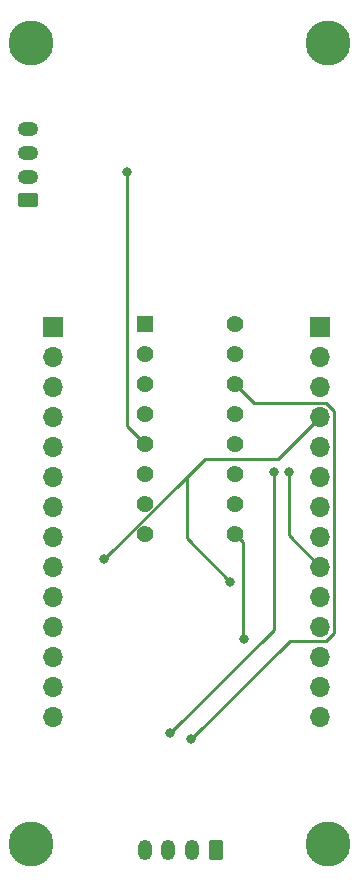
<source format=gbr>
%TF.GenerationSoftware,KiCad,Pcbnew,7.0.2-0*%
%TF.CreationDate,2023-12-19T13:36:21-05:00*%
%TF.ProjectId,Turbidity_v11,54757262-6964-4697-9479-5f7631312e6b,11*%
%TF.SameCoordinates,Original*%
%TF.FileFunction,Copper,L2,Bot*%
%TF.FilePolarity,Positive*%
%FSLAX46Y46*%
G04 Gerber Fmt 4.6, Leading zero omitted, Abs format (unit mm)*
G04 Created by KiCad (PCBNEW 7.0.2-0) date 2023-12-19 13:36:21*
%MOMM*%
%LPD*%
G01*
G04 APERTURE LIST*
G04 Aperture macros list*
%AMRoundRect*
0 Rectangle with rounded corners*
0 $1 Rounding radius*
0 $2 $3 $4 $5 $6 $7 $8 $9 X,Y pos of 4 corners*
0 Add a 4 corners polygon primitive as box body*
4,1,4,$2,$3,$4,$5,$6,$7,$8,$9,$2,$3,0*
0 Add four circle primitives for the rounded corners*
1,1,$1+$1,$2,$3*
1,1,$1+$1,$4,$5*
1,1,$1+$1,$6,$7*
1,1,$1+$1,$8,$9*
0 Add four rect primitives between the rounded corners*
20,1,$1+$1,$2,$3,$4,$5,0*
20,1,$1+$1,$4,$5,$6,$7,0*
20,1,$1+$1,$6,$7,$8,$9,0*
20,1,$1+$1,$8,$9,$2,$3,0*%
G04 Aperture macros list end*
%TA.AperFunction,ComponentPad*%
%ADD10C,3.800000*%
%TD*%
%TA.AperFunction,ComponentPad*%
%ADD11R,1.425000X1.425000*%
%TD*%
%TA.AperFunction,ComponentPad*%
%ADD12C,1.425000*%
%TD*%
%TA.AperFunction,ComponentPad*%
%ADD13R,1.700000X1.700000*%
%TD*%
%TA.AperFunction,ComponentPad*%
%ADD14O,1.700000X1.700000*%
%TD*%
%TA.AperFunction,ComponentPad*%
%ADD15RoundRect,0.250000X0.625000X-0.350000X0.625000X0.350000X-0.625000X0.350000X-0.625000X-0.350000X0*%
%TD*%
%TA.AperFunction,ComponentPad*%
%ADD16O,1.750000X1.200000*%
%TD*%
%TA.AperFunction,ComponentPad*%
%ADD17RoundRect,0.250000X0.350000X0.625000X-0.350000X0.625000X-0.350000X-0.625000X0.350000X-0.625000X0*%
%TD*%
%TA.AperFunction,ComponentPad*%
%ADD18O,1.200000X1.750000*%
%TD*%
%TA.AperFunction,ViaPad*%
%ADD19C,0.800000*%
%TD*%
%TA.AperFunction,Conductor*%
%ADD20C,0.250000*%
%TD*%
G04 APERTURE END LIST*
D10*
%TO.P,REF\u002A\u002A,1*%
%TO.N,N/C*%
X135001000Y-127889000D03*
%TD*%
D11*
%TO.P,IC1,1,1*%
%TO.N,Net-(J3-Pin_2)*%
X144653000Y-83820000D03*
D12*
%TO.P,IC1,2,2*%
%TO.N,unconnected-(IC1-Pad2)*%
X144653000Y-86360000D03*
%TO.P,IC1,3,3*%
%TO.N,/SCL*%
X144653000Y-88900000D03*
%TO.P,IC1,4,4*%
%TO.N,unconnected-(IC1-Pad4)*%
X144653000Y-91440000D03*
%TO.P,IC1,5,5*%
%TO.N,Net-(J3-Pin_3)*%
X144653000Y-93980000D03*
%TO.P,IC1,6,6*%
%TO.N,/GND*%
X144653000Y-96520000D03*
%TO.P,IC1,7,7*%
X144653000Y-99060000D03*
%TO.P,IC1,8,8*%
X144653000Y-101600000D03*
%TO.P,IC1,9,9*%
%TO.N,/D6*%
X152273000Y-101600000D03*
%TO.P,IC1,10,10*%
%TO.N,/D8*%
X152273000Y-99060000D03*
%TO.P,IC1,11,11*%
%TO.N,unconnected-(IC1-Pad11)*%
X152273000Y-96520000D03*
%TO.P,IC1,12,12*%
%TO.N,Net-(J2-Pin_3)*%
X152273000Y-93980000D03*
%TO.P,IC1,13,13*%
%TO.N,/SDA*%
X152273000Y-91440000D03*
%TO.P,IC1,14,14*%
%TO.N,Net-(J2-Pin_2)*%
X152273000Y-88900000D03*
%TO.P,IC1,15,15*%
%TO.N,unconnected-(IC1-Pad15)*%
X152273000Y-86360000D03*
%TO.P,IC1,16,16*%
%TO.N,/3.3V*%
X152273000Y-83820000D03*
%TD*%
D13*
%TO.P,J4,1,Pin_1*%
%TO.N,unconnected-(J4-Pin_1-Pad1)*%
X159512000Y-84074000D03*
D14*
%TO.P,J4,2,Pin_2*%
%TO.N,unconnected-(J4-Pin_2-Pad2)*%
X159512000Y-86614000D03*
%TO.P,J4,3,Pin_3*%
%TO.N,/3.3V*%
X159512000Y-89154000D03*
%TO.P,J4,4,Pin_4*%
%TO.N,/GND*%
X159512000Y-91694000D03*
%TO.P,J4,5,Pin_5*%
%TO.N,unconnected-(J4-Pin_5-Pad5)*%
X159512000Y-94234000D03*
%TO.P,J4,6,Pin_6*%
%TO.N,unconnected-(J4-Pin_6-Pad6)*%
X159512000Y-96774000D03*
%TO.P,J4,7,Pin_7*%
%TO.N,unconnected-(J4-Pin_7-Pad7)*%
X159512000Y-99314000D03*
%TO.P,J4,8,Pin_8*%
%TO.N,/SCL*%
X159512000Y-101854000D03*
%TO.P,J4,9,Pin_9*%
%TO.N,/SDA*%
X159512000Y-104394000D03*
%TO.P,J4,10,Pin_10*%
%TO.N,unconnected-(J4-Pin_10-Pad10)*%
X159512000Y-106934000D03*
%TO.P,J4,11,Pin_11*%
%TO.N,unconnected-(J4-Pin_11-Pad11)*%
X159512000Y-109474000D03*
%TO.P,J4,12,Pin_12*%
%TO.N,/D8*%
X159512000Y-112014000D03*
%TO.P,J4,13,Pin_13*%
%TO.N,unconnected-(J4-Pin_13-Pad13)*%
X159512000Y-114554000D03*
%TO.P,J4,14,Pin_14*%
%TO.N,/D6*%
X159512000Y-117094000D03*
%TD*%
D10*
%TO.P,REF\u002A\u002A,1*%
%TO.N,N/C*%
X160147000Y-60071000D03*
%TD*%
D15*
%TO.P,J3,1,Pin_1*%
%TO.N,unconnected-(J3-Pin_1-Pad1)*%
X134710000Y-73358000D03*
D16*
%TO.P,J3,2,Pin_2*%
%TO.N,Net-(J3-Pin_2)*%
X134710000Y-71358000D03*
%TO.P,J3,3,Pin_3*%
%TO.N,Net-(J3-Pin_3)*%
X134710000Y-69358000D03*
%TO.P,J3,4,Pin_4*%
%TO.N,unconnected-(J3-Pin_4-Pad4)*%
X134710000Y-67358000D03*
%TD*%
D10*
%TO.P,REF\u002A\u002A,1*%
%TO.N,N/C*%
X135001000Y-60071000D03*
%TD*%
D17*
%TO.P,J2,1,Pin_1*%
%TO.N,unconnected-(J2-Pin_1-Pad1)*%
X150624800Y-128332400D03*
D18*
%TO.P,J2,2,Pin_2*%
%TO.N,Net-(J2-Pin_2)*%
X148624800Y-128332400D03*
%TO.P,J2,3,Pin_3*%
%TO.N,Net-(J2-Pin_3)*%
X146624800Y-128332400D03*
%TO.P,J2,4,Pin_4*%
%TO.N,unconnected-(J2-Pin_4-Pad4)*%
X144624800Y-128332400D03*
%TD*%
D13*
%TO.P,J5,1,Pin_1*%
%TO.N,unconnected-(J5-Pin_1-Pad1)*%
X136906000Y-84074000D03*
D14*
%TO.P,J5,2,Pin_2*%
%TO.N,unconnected-(J5-Pin_2-Pad2)*%
X136906000Y-86614000D03*
%TO.P,J5,3,Pin_3*%
%TO.N,unconnected-(J5-Pin_3-Pad3)*%
X136906000Y-89154000D03*
%TO.P,J5,4,Pin_4*%
%TO.N,unconnected-(J5-Pin_4-Pad4)*%
X136906000Y-91694000D03*
%TO.P,J5,5,Pin_5*%
%TO.N,unconnected-(J5-Pin_5-Pad5)*%
X136906000Y-94234000D03*
%TO.P,J5,6,Pin_6*%
%TO.N,unconnected-(J5-Pin_6-Pad6)*%
X136906000Y-96774000D03*
%TO.P,J5,7,Pin_7*%
%TO.N,unconnected-(J5-Pin_7-Pad7)*%
X136906000Y-99314000D03*
%TO.P,J5,8,Pin_8*%
%TO.N,unconnected-(J5-Pin_8-Pad8)*%
X136906000Y-101854000D03*
%TO.P,J5,9,Pin_9*%
%TO.N,unconnected-(J5-Pin_9-Pad9)*%
X136906000Y-104394000D03*
%TO.P,J5,10,Pin_10*%
%TO.N,unconnected-(J5-Pin_10-Pad10)*%
X136906000Y-106934000D03*
%TO.P,J5,11,Pin_11*%
%TO.N,unconnected-(J5-Pin_11-Pad11)*%
X136906000Y-109474000D03*
%TO.P,J5,12,Pin_12*%
%TO.N,unconnected-(J5-Pin_12-Pad12)*%
X136906000Y-112014000D03*
%TO.P,J5,13,Pin_13*%
%TO.N,unconnected-(J5-Pin_13-Pad13)*%
X136906000Y-114554000D03*
%TO.P,J5,14,Pin_14*%
%TO.N,unconnected-(J5-Pin_14-Pad14)*%
X136906000Y-117094000D03*
%TD*%
D10*
%TO.P,REF\u002A\u002A,1*%
%TO.N,N/C*%
X160147000Y-127889000D03*
%TD*%
D19*
%TO.N,/GND*%
X151892000Y-105664000D03*
X141224000Y-103759000D03*
%TO.N,Net-(J2-Pin_2)*%
X148590000Y-118999000D03*
%TO.N,Net-(J2-Pin_3)*%
X155575000Y-96393000D03*
X146812000Y-118491000D03*
%TO.N,Net-(J3-Pin_3)*%
X143129000Y-70993000D03*
%TO.N,/SDA*%
X156845000Y-96393000D03*
%TO.N,/D6*%
X153035000Y-110490000D03*
%TD*%
D20*
%TO.N,/GND*%
X151892000Y-105664000D02*
X148209000Y-101981000D01*
X148209000Y-101981000D02*
X148209000Y-96774000D01*
X149733000Y-95250000D02*
X155956000Y-95250000D01*
X148209000Y-96774000D02*
X149733000Y-95250000D01*
X155956000Y-95250000D02*
X159512000Y-91694000D01*
X141224000Y-103759000D02*
X148209000Y-96774000D01*
%TO.N,Net-(J2-Pin_2)*%
X160687000Y-109960701D02*
X160687000Y-91207299D01*
X153892000Y-90519000D02*
X152273000Y-88900000D01*
X159998701Y-110649000D02*
X160687000Y-109960701D01*
X156940000Y-110649000D02*
X159998701Y-110649000D01*
X159998701Y-90519000D02*
X153892000Y-90519000D01*
X148590000Y-118999000D02*
X156940000Y-110649000D01*
X160687000Y-91207299D02*
X159998701Y-90519000D01*
%TO.N,Net-(J2-Pin_3)*%
X146812000Y-118491000D02*
X155575000Y-109728000D01*
X155575000Y-109728000D02*
X155575000Y-96393000D01*
%TO.N,Net-(J3-Pin_3)*%
X143129000Y-92456000D02*
X144653000Y-93980000D01*
X143129000Y-70993000D02*
X143129000Y-92456000D01*
%TO.N,/SDA*%
X156845000Y-101727000D02*
X159512000Y-104394000D01*
X156845000Y-96393000D02*
X156845000Y-101727000D01*
%TO.N,/D6*%
X152273000Y-101600000D02*
X152985500Y-102312500D01*
X152985500Y-102312500D02*
X152985500Y-110440500D01*
X152985500Y-110440500D02*
X153035000Y-110490000D01*
%TD*%
M02*

</source>
